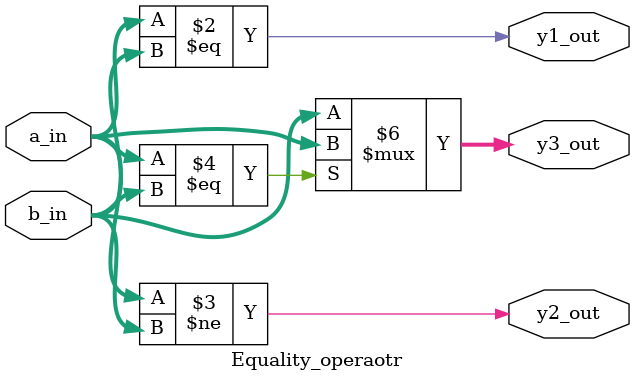
<source format=v>
module Equality_operaotr(input [7:0] a_in, b_in,
                         output reg y1_out, y2_out,
                         output reg [7:0] y3_out);

always @ (a_in, b_in)
begin
/* use of equailty operator */
y1_out = (a_in == b_in);
/* use of inequailty operator */
y2_out = (a_in != b_in);
/* use of operator in if condition */
if (a_in == b_in)
y3_out = a_in;
else
y3_out = b_in;
end

endmodule
</source>
